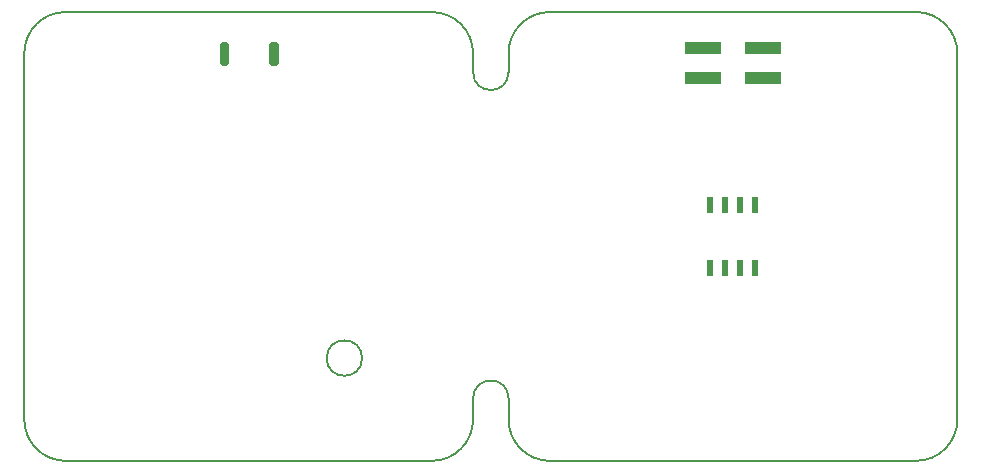
<source format=gbr>
%TF.GenerationSoftware,KiCad,Pcbnew,(5.1.8-0-10_14)*%
%TF.CreationDate,2021-09-02T11:11:10+02:00*%
%TF.ProjectId,ethersweep,65746865-7273-4776-9565-702e6b696361,2.0.1*%
%TF.SameCoordinates,Original*%
%TF.FileFunction,Paste,Bot*%
%TF.FilePolarity,Positive*%
%FSLAX46Y46*%
G04 Gerber Fmt 4.6, Leading zero omitted, Abs format (unit mm)*
G04 Created by KiCad (PCBNEW (5.1.8-0-10_14)) date 2021-09-02 11:11:10*
%MOMM*%
%LPD*%
G01*
G04 APERTURE LIST*
%TA.AperFunction,Profile*%
%ADD10C,0.150000*%
%TD*%
%ADD11R,3.150000X1.000000*%
%ADD12R,0.600000X1.400000*%
G04 APERTURE END LIST*
D10*
X221600000Y-26700000D02*
G75*
G02*
X225100000Y-30200000I0J-3500000D01*
G01*
X184100000Y-60700000D02*
X184100000Y-59400000D01*
X187100000Y-31800000D02*
X187100000Y-30700000D01*
X187100000Y-31800000D02*
G75*
G02*
X184100000Y-31800000I-1500000J0D01*
G01*
X187100000Y-61200000D02*
X187100000Y-59400000D01*
X184100000Y-31800000D02*
X184100000Y-30200000D01*
X184100000Y-59400000D02*
G75*
G02*
X187100000Y-59400000I1500000J0D01*
G01*
X184100000Y-61200000D02*
X184100000Y-60700000D01*
X187100000Y-30200000D02*
X187100000Y-30700000D01*
X174700000Y-56000000D02*
G75*
G03*
X174700000Y-56000000I-1500000J0D01*
G01*
X149600000Y-64700000D02*
G75*
G02*
X146100000Y-61200000I0J3500000D01*
G01*
X149600000Y-64700000D02*
X180600000Y-64700000D01*
X190600000Y-26700000D02*
X221600000Y-26700000D01*
X187100000Y-30200000D02*
G75*
G02*
X190600000Y-26700000I3500000J0D01*
G01*
X225100000Y-61200000D02*
G75*
G02*
X221600000Y-64700000I-3500000J0D01*
G01*
X190600000Y-64700000D02*
G75*
G02*
X187100000Y-61200000I0J3500000D01*
G01*
X190600000Y-64700000D02*
X221600000Y-64700000D01*
X225100000Y-61200000D02*
X225100000Y-30200000D01*
X146100000Y-30200000D02*
X146100000Y-61200000D01*
X184100000Y-61200000D02*
G75*
G02*
X180600000Y-64700000I-3500000J0D01*
G01*
X180600000Y-26700000D02*
G75*
G02*
X184100000Y-30200000I0J-3500000D01*
G01*
X146100000Y-30200000D02*
G75*
G02*
X149600000Y-26700000I3500000J0D01*
G01*
X180600000Y-26700000D02*
X149600000Y-26700000D01*
D11*
X208625000Y-29730000D03*
X203575000Y-29730000D03*
X208625000Y-32270000D03*
X203575000Y-32270000D03*
G36*
G01*
X163450000Y-29450000D02*
X163450000Y-31050000D01*
G75*
G02*
X163250000Y-31250000I-200000J0D01*
G01*
X162850000Y-31250000D01*
G75*
G02*
X162650000Y-31050000I0J200000D01*
G01*
X162650000Y-29450000D01*
G75*
G02*
X162850000Y-29250000I200000J0D01*
G01*
X163250000Y-29250000D01*
G75*
G02*
X163450000Y-29450000I0J-200000D01*
G01*
G37*
G36*
G01*
X167650000Y-29450000D02*
X167650000Y-31050000D01*
G75*
G02*
X167450000Y-31250000I-200000J0D01*
G01*
X167050000Y-31250000D01*
G75*
G02*
X166850000Y-31050000I0J200000D01*
G01*
X166850000Y-29450000D01*
G75*
G02*
X167050000Y-29250000I200000J0D01*
G01*
X167450000Y-29250000D01*
G75*
G02*
X167650000Y-29450000I0J-200000D01*
G01*
G37*
D12*
X204195000Y-43000000D03*
X205465000Y-43000000D03*
X206735000Y-43000000D03*
X208005000Y-43000000D03*
X208005000Y-48400000D03*
X206735000Y-48400000D03*
X205465000Y-48400000D03*
X204195000Y-48400000D03*
M02*

</source>
